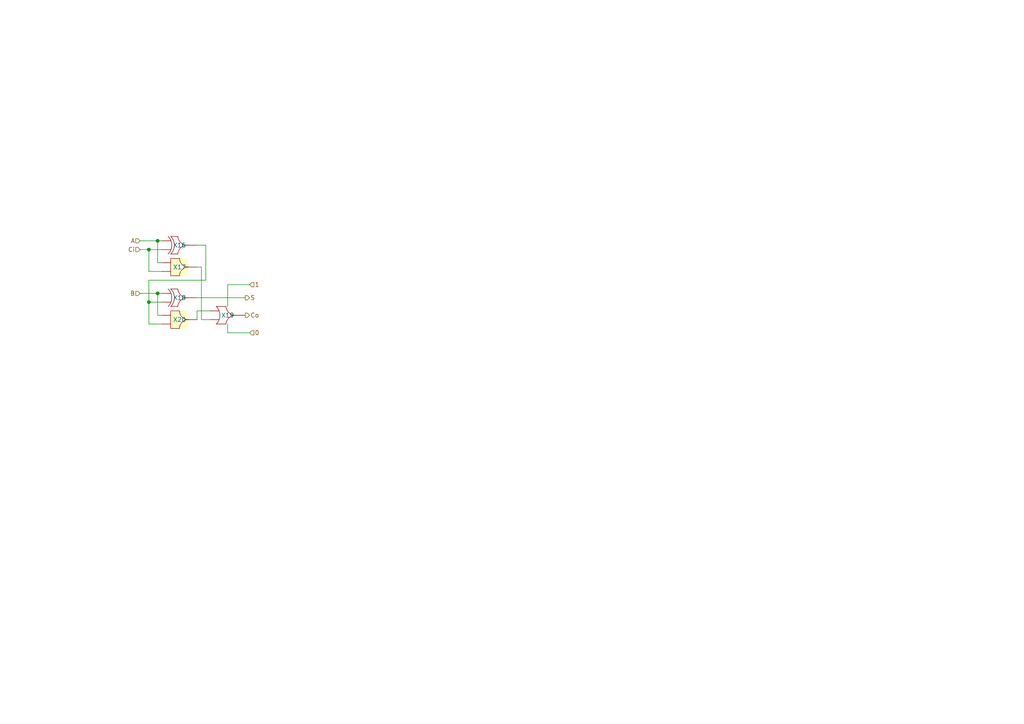
<source format=kicad_sch>
(kicad_sch (version 20211123) (generator eeschema)
  (paper "A4")
  (lib_symbols
    (symbol "OR1_SC:an21"
      (property "Reference" "X" (at -1.27 3.81 0))
      (property "Value" "an21" (at -1.27 -3.81 0))
      (symbol "an21_0_1"
        (polyline (pts (xy 0 2.54) (xy -2.54 2.54) (xy -2.54 -2.54) (xy 0 -2.54)) (stroke (width 0.1524)) (fill (type background)))
        (arc (start 0 2.54) (mid -1.7961 -1.7961) (end 2.54 0) (stroke (width 0.1524)) (fill (type background)))
        (arc (start 2.54 0) (mid -1.7961 1.7961) (end 0 -2.54) (stroke (width 0.1524)) (fill (type background)))
      )
      (symbol "an21_1_1"
        (pin input line (at -5.08 1.27 0) (length 2.54) (name "A") (number ""))
        (pin input line (at -5.08 -1.27 0) (length 2.54) (name "B") (number ""))
        (pin power_in line (at 0 2.54 0) (length 2.54) hide (name "VDD") (number ""))
        (pin power_in line (at 0 -2.54 0) (length 2.54) hide (name "VSS") (number ""))
        (pin output line (at 5.08 0 180) (length 2.54) (name "Z") (number ""))
      )
    )
    (symbol "OR1_SC:exor"
      (property "Reference" "X" (at -1.27 3.81 0))
      (property "Value" "exor" (at -1.27 -3.81 0))
      (symbol "exor_0_1"
        (arc (start -3.302 -2.54) (mid -2.2499 0) (end -3.302 2.54) (stroke (width 0.1524)))
        (arc (start -2.54 -2.54) (mid -1.4879 0) (end -2.54 2.54) (stroke (width 0.1524)))
        (arc (start -0.508 2.54) (mid -2.0501 -2.4093) (end 2.54 0) (stroke (width 0.1524)))
        (polyline (pts (xy -2.54 -2.54) (xy -0.508 -2.54)) (stroke (width 0.1524)))
        (polyline (pts (xy -2.54 2.54) (xy -0.508 2.54)) (stroke (width 0.1524)))
        (arc (start 2.54 0) (mid -2.0501 2.4093) (end -0.508 -2.54) (stroke (width 0.1524)))
      )
      (symbol "exor_1_1"
        (pin input line (at -5.08 1.27 0) (length 2.54) (name "A") (number ""))
        (pin input line (at -5.08 -1.27 0) (length 2.54) (name "B") (number ""))
        (pin power_in line (at 0 2.54 0) (length 2.54) hide (name "VDD") (number ""))
        (pin power_in line (at 0 -2.54 0) (length 2.54) hide (name "VSS") (number ""))
        (pin output line (at 5.08 0 180) (length 2.54) (name "X") (number ""))
      )
    )
    (symbol "OR1_SC:or21"
      (property "Reference" "X" (at -1.27 3.81 0))
      (property "Value" "or21" (at -1.27 -3.81 0))
      (symbol "or21_0_1"
        (arc (start -3.302 -2.54) (mid -2.2499 0) (end -3.302 2.54) (stroke (width 0.1524)))
        (arc (start -0.508 2.54) (mid -2.0501 -2.4093) (end 2.54 0) (stroke (width 0.1524)))
        (polyline (pts (xy -3.302 -2.54) (xy -0.508 -2.54)) (stroke (width 0.1524)))
        (polyline (pts (xy -0.508 2.54) (xy -3.302 2.54)) (stroke (width 0.1524)))
        (arc (start 2.54 0) (mid -2.0501 2.4093) (end -0.508 -2.54) (stroke (width 0.1524)))
      )
      (symbol "or21_1_1"
        (pin input line (at -5.08 1.27 0) (length 2.54) (name "A") (number ""))
        (pin input line (at -5.08 -1.27 0) (length 2.54) (name "B") (number ""))
        (pin power_in line (at 0 2.54 0) (length 2.54) hide (name "VDD") (number ""))
        (pin power_in line (at 0 -2.54 0) (length 2.54) hide (name "VSS") (number ""))
        (pin output line (at 5.08 0 180) (length 2.54) (name "X") (number ""))
      )
    )
  )
  (junction (at 45.72 85.09))
  (junction (at 43.18 87.63))
  (junction (at 45.72 69.85))
  (junction (at 43.18 72.39))
  (wire (pts (xy 46.99 76.2) (xy 45.72 76.2)))
  (wire (pts (xy 43.18 81.28) (xy 59.69 81.28)))
  (wire (pts (xy 43.18 87.63) (xy 43.18 81.28)))
  (wire (pts (xy 72.39 96.52) (xy 66.04 96.52)))
  (wire (pts (xy 43.18 93.98) (xy 43.18 87.63)))
  (wire (pts (xy 72.39 82.55) (xy 66.04 82.55)))
  (wire (pts (xy 59.69 71.12) (xy 57.15 71.12)))
  (wire (pts (xy 46.99 78.74) (xy 43.18 78.74)))
  (wire (pts (xy 45.72 85.09) (xy 46.99 85.09)))
  (wire (pts (xy 57.15 86.36) (xy 71.12 86.36)))
  (wire (pts (xy 43.18 87.63) (xy 46.99 87.63)))
  (wire (pts (xy 66.04 82.55) (xy 66.04 88.9)))
  (wire (pts (xy 60.96 90.17) (xy 57.15 90.17)))
  (wire (pts (xy 57.15 90.17) (xy 57.15 92.71)))
  (wire (pts (xy 45.72 69.85) (xy 45.72 76.2)))
  (wire (pts (xy 43.18 72.39) (xy 46.99 72.39)))
  (wire (pts (xy 66.04 96.52) (xy 66.04 93.98)))
  (wire (pts (xy 40.64 69.85) (xy 45.72 69.85)))
  (wire (pts (xy 44.45 93.98) (xy 46.99 93.98)))
  (wire (pts (xy 45.72 69.85) (xy 46.99 69.85)))
  (wire (pts (xy 60.96 92.71) (xy 58.42 92.71)))
  (wire (pts (xy 57.15 77.47) (xy 58.42 77.47)))
  (wire (pts (xy 59.69 81.28) (xy 59.69 71.12)))
  (wire (pts (xy 45.72 91.44) (xy 45.72 85.09)))
  (wire (pts (xy 46.99 91.44) (xy 45.72 91.44)))
  (wire (pts (xy 43.18 72.39) (xy 43.18 78.74)))
  (wire (pts (xy 40.64 72.39) (xy 43.18 72.39)))
  (wire (pts (xy 40.64 85.09) (xy 45.72 85.09)))
  (wire (pts (xy 58.42 77.47) (xy 58.42 92.71)))
  (wire (pts (xy 43.18 93.98) (xy 44.45 93.98)))
  (hierarchical_label "Co" (shape output) (at 71.12 91.44 0))
  (hierarchical_label "0" (shape input) (at 72.39 96.52 0))
  (hierarchical_label "A" (shape input) (at 40.64 69.85 180))
  (hierarchical_label "Ci" (shape input) (at 40.64 72.39 180))
  (hierarchical_label "1" (shape input) (at 72.39 82.55 0))
  (hierarchical_label "S" (shape output) (at 71.12 86.36 0))
  (hierarchical_label "B" (shape input) (at 40.64 85.09 180))
  (symbol (lib_id "OR1_SC:exor") (at 52.07 86.36 0)
    (property "Reference" "X18" (at 52.07 86.36 0))
    (property "Value" "exor" (effects hide))
  )
  (symbol (lib_id "OR1_SC:exor") (at 52.07 71.12 0)
    (property "Reference" "X16" (at 52.07 71.12 0))
    (property "Value" "exor" (effects hide))
  )
  (symbol (lib_id "OR1_SC:or21") (at 66.04 91.44 0)
    (property "Reference" "X19" (at 66.04 91.44 0))
    (property "Value" "or21" (effects hide))
  )
  (symbol (lib_id "OR1_SC:an21") (at 52.07 77.47 0)
    (property "Reference" "X17" (at 52.07 77.47 0))
    (property "Value" "an21" (effects hide))
  )
  (symbol (lib_id "OR1_SC:an21") (at 52.07 92.71 0)
    (property "Reference" "X20" (at 52.07 92.71 0))
    (property "Value" "an21" (effects hide))
  )
)
</source>
